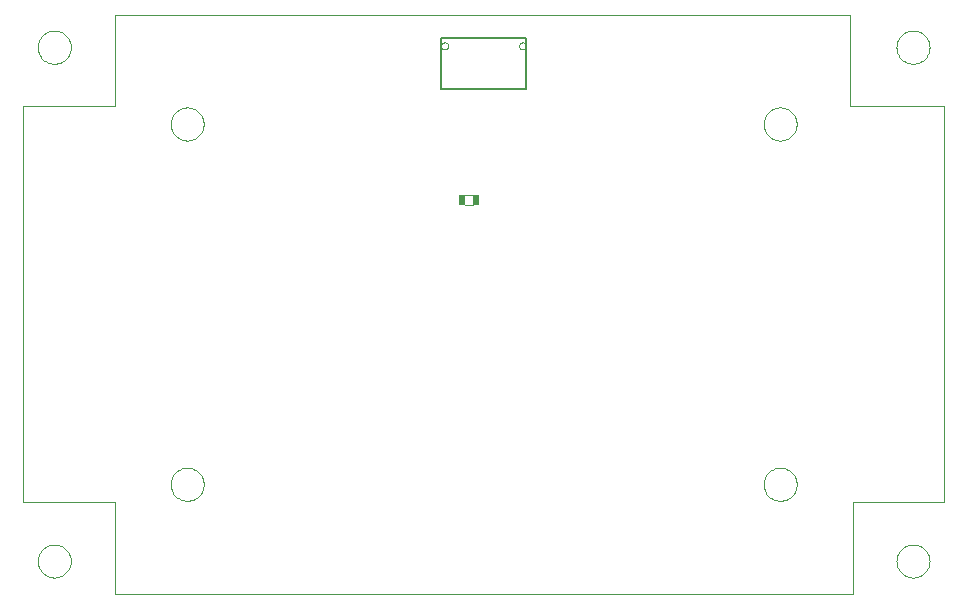
<source format=gbo>
G75*
G70*
%OFA0B0*%
%FSLAX24Y24*%
%IPPOS*%
%LPD*%
%AMOC8*
5,1,8,0,0,1.08239X$1,22.5*
%
%ADD10C,0.0000*%
%ADD11C,0.0040*%
%ADD12R,0.0197X0.0374*%
%ADD13C,0.0050*%
D10*
X000780Y001331D02*
X000782Y001378D01*
X000788Y001424D01*
X000798Y001470D01*
X000811Y001515D01*
X000829Y001558D01*
X000850Y001600D01*
X000874Y001640D01*
X000902Y001677D01*
X000933Y001712D01*
X000967Y001745D01*
X001003Y001774D01*
X001042Y001800D01*
X001083Y001823D01*
X001126Y001842D01*
X001170Y001858D01*
X001215Y001870D01*
X001261Y001878D01*
X001308Y001882D01*
X001354Y001882D01*
X001401Y001878D01*
X001447Y001870D01*
X001492Y001858D01*
X001536Y001842D01*
X001579Y001823D01*
X001620Y001800D01*
X001659Y001774D01*
X001695Y001745D01*
X001729Y001712D01*
X001760Y001677D01*
X001788Y001640D01*
X001812Y001600D01*
X001833Y001558D01*
X001851Y001515D01*
X001864Y001470D01*
X001874Y001424D01*
X001880Y001378D01*
X001882Y001331D01*
X001880Y001284D01*
X001874Y001238D01*
X001864Y001192D01*
X001851Y001147D01*
X001833Y001104D01*
X001812Y001062D01*
X001788Y001022D01*
X001760Y000985D01*
X001729Y000950D01*
X001695Y000917D01*
X001659Y000888D01*
X001620Y000862D01*
X001579Y000839D01*
X001536Y000820D01*
X001492Y000804D01*
X001447Y000792D01*
X001401Y000784D01*
X001354Y000780D01*
X001308Y000780D01*
X001261Y000784D01*
X001215Y000792D01*
X001170Y000804D01*
X001126Y000820D01*
X001083Y000839D01*
X001042Y000862D01*
X001003Y000888D01*
X000967Y000917D01*
X000933Y000950D01*
X000902Y000985D01*
X000874Y001022D01*
X000850Y001062D01*
X000829Y001104D01*
X000811Y001147D01*
X000798Y001192D01*
X000788Y001238D01*
X000782Y001284D01*
X000780Y001331D01*
X003339Y000248D02*
X003339Y003300D01*
X000288Y003300D01*
X000288Y016489D01*
X003339Y016489D01*
X003339Y019540D01*
X027847Y019540D01*
X027847Y016489D01*
X030996Y016489D01*
X030996Y003300D01*
X027945Y003300D01*
X027945Y000248D01*
X003339Y000248D01*
X005209Y003890D02*
X005211Y003937D01*
X005217Y003983D01*
X005227Y004029D01*
X005240Y004074D01*
X005258Y004117D01*
X005279Y004159D01*
X005303Y004199D01*
X005331Y004236D01*
X005362Y004271D01*
X005396Y004304D01*
X005432Y004333D01*
X005471Y004359D01*
X005512Y004382D01*
X005555Y004401D01*
X005599Y004417D01*
X005644Y004429D01*
X005690Y004437D01*
X005737Y004441D01*
X005783Y004441D01*
X005830Y004437D01*
X005876Y004429D01*
X005921Y004417D01*
X005965Y004401D01*
X006008Y004382D01*
X006049Y004359D01*
X006088Y004333D01*
X006124Y004304D01*
X006158Y004271D01*
X006189Y004236D01*
X006217Y004199D01*
X006241Y004159D01*
X006262Y004117D01*
X006280Y004074D01*
X006293Y004029D01*
X006303Y003983D01*
X006309Y003937D01*
X006311Y003890D01*
X006309Y003843D01*
X006303Y003797D01*
X006293Y003751D01*
X006280Y003706D01*
X006262Y003663D01*
X006241Y003621D01*
X006217Y003581D01*
X006189Y003544D01*
X006158Y003509D01*
X006124Y003476D01*
X006088Y003447D01*
X006049Y003421D01*
X006008Y003398D01*
X005965Y003379D01*
X005921Y003363D01*
X005876Y003351D01*
X005830Y003343D01*
X005783Y003339D01*
X005737Y003339D01*
X005690Y003343D01*
X005644Y003351D01*
X005599Y003363D01*
X005555Y003379D01*
X005512Y003398D01*
X005471Y003421D01*
X005432Y003447D01*
X005396Y003476D01*
X005362Y003509D01*
X005331Y003544D01*
X005303Y003581D01*
X005279Y003621D01*
X005258Y003663D01*
X005240Y003706D01*
X005227Y003751D01*
X005217Y003797D01*
X005211Y003843D01*
X005209Y003890D01*
X005209Y015898D02*
X005211Y015945D01*
X005217Y015991D01*
X005227Y016037D01*
X005240Y016082D01*
X005258Y016125D01*
X005279Y016167D01*
X005303Y016207D01*
X005331Y016244D01*
X005362Y016279D01*
X005396Y016312D01*
X005432Y016341D01*
X005471Y016367D01*
X005512Y016390D01*
X005555Y016409D01*
X005599Y016425D01*
X005644Y016437D01*
X005690Y016445D01*
X005737Y016449D01*
X005783Y016449D01*
X005830Y016445D01*
X005876Y016437D01*
X005921Y016425D01*
X005965Y016409D01*
X006008Y016390D01*
X006049Y016367D01*
X006088Y016341D01*
X006124Y016312D01*
X006158Y016279D01*
X006189Y016244D01*
X006217Y016207D01*
X006241Y016167D01*
X006262Y016125D01*
X006280Y016082D01*
X006293Y016037D01*
X006303Y015991D01*
X006309Y015945D01*
X006311Y015898D01*
X006309Y015851D01*
X006303Y015805D01*
X006293Y015759D01*
X006280Y015714D01*
X006262Y015671D01*
X006241Y015629D01*
X006217Y015589D01*
X006189Y015552D01*
X006158Y015517D01*
X006124Y015484D01*
X006088Y015455D01*
X006049Y015429D01*
X006008Y015406D01*
X005965Y015387D01*
X005921Y015371D01*
X005876Y015359D01*
X005830Y015351D01*
X005783Y015347D01*
X005737Y015347D01*
X005690Y015351D01*
X005644Y015359D01*
X005599Y015371D01*
X005555Y015387D01*
X005512Y015406D01*
X005471Y015429D01*
X005432Y015455D01*
X005396Y015484D01*
X005362Y015517D01*
X005331Y015552D01*
X005303Y015589D01*
X005279Y015629D01*
X005258Y015671D01*
X005240Y015714D01*
X005227Y015759D01*
X005217Y015805D01*
X005211Y015851D01*
X005209Y015898D01*
X000780Y018457D02*
X000782Y018504D01*
X000788Y018550D01*
X000798Y018596D01*
X000811Y018641D01*
X000829Y018684D01*
X000850Y018726D01*
X000874Y018766D01*
X000902Y018803D01*
X000933Y018838D01*
X000967Y018871D01*
X001003Y018900D01*
X001042Y018926D01*
X001083Y018949D01*
X001126Y018968D01*
X001170Y018984D01*
X001215Y018996D01*
X001261Y019004D01*
X001308Y019008D01*
X001354Y019008D01*
X001401Y019004D01*
X001447Y018996D01*
X001492Y018984D01*
X001536Y018968D01*
X001579Y018949D01*
X001620Y018926D01*
X001659Y018900D01*
X001695Y018871D01*
X001729Y018838D01*
X001760Y018803D01*
X001788Y018766D01*
X001812Y018726D01*
X001833Y018684D01*
X001851Y018641D01*
X001864Y018596D01*
X001874Y018550D01*
X001880Y018504D01*
X001882Y018457D01*
X001880Y018410D01*
X001874Y018364D01*
X001864Y018318D01*
X001851Y018273D01*
X001833Y018230D01*
X001812Y018188D01*
X001788Y018148D01*
X001760Y018111D01*
X001729Y018076D01*
X001695Y018043D01*
X001659Y018014D01*
X001620Y017988D01*
X001579Y017965D01*
X001536Y017946D01*
X001492Y017930D01*
X001447Y017918D01*
X001401Y017910D01*
X001354Y017906D01*
X001308Y017906D01*
X001261Y017910D01*
X001215Y017918D01*
X001170Y017930D01*
X001126Y017946D01*
X001083Y017965D01*
X001042Y017988D01*
X001003Y018014D01*
X000967Y018043D01*
X000933Y018076D01*
X000902Y018111D01*
X000874Y018148D01*
X000850Y018188D01*
X000829Y018230D01*
X000811Y018273D01*
X000798Y018318D01*
X000788Y018364D01*
X000782Y018410D01*
X000780Y018457D01*
X014225Y018502D02*
X014227Y018523D01*
X014233Y018543D01*
X014242Y018563D01*
X014254Y018580D01*
X014269Y018594D01*
X014287Y018606D01*
X014307Y018614D01*
X014327Y018619D01*
X014348Y018620D01*
X014369Y018617D01*
X014389Y018611D01*
X014408Y018600D01*
X014425Y018587D01*
X014438Y018571D01*
X014449Y018553D01*
X014457Y018533D01*
X014461Y018513D01*
X014461Y018491D01*
X014457Y018471D01*
X014449Y018451D01*
X014438Y018433D01*
X014425Y018417D01*
X014408Y018404D01*
X014389Y018393D01*
X014369Y018387D01*
X014348Y018384D01*
X014327Y018385D01*
X014307Y018390D01*
X014287Y018398D01*
X014269Y018410D01*
X014254Y018424D01*
X014242Y018441D01*
X014233Y018461D01*
X014227Y018481D01*
X014225Y018502D01*
X016823Y018502D02*
X016825Y018523D01*
X016831Y018543D01*
X016840Y018563D01*
X016852Y018580D01*
X016867Y018594D01*
X016885Y018606D01*
X016905Y018614D01*
X016925Y018619D01*
X016946Y018620D01*
X016967Y018617D01*
X016987Y018611D01*
X017006Y018600D01*
X017023Y018587D01*
X017036Y018571D01*
X017047Y018553D01*
X017055Y018533D01*
X017059Y018513D01*
X017059Y018491D01*
X017055Y018471D01*
X017047Y018451D01*
X017036Y018433D01*
X017023Y018417D01*
X017006Y018404D01*
X016987Y018393D01*
X016967Y018387D01*
X016946Y018384D01*
X016925Y018385D01*
X016905Y018390D01*
X016885Y018398D01*
X016867Y018410D01*
X016852Y018424D01*
X016840Y018441D01*
X016831Y018461D01*
X016825Y018481D01*
X016823Y018502D01*
X024973Y015898D02*
X024975Y015945D01*
X024981Y015991D01*
X024991Y016037D01*
X025004Y016082D01*
X025022Y016125D01*
X025043Y016167D01*
X025067Y016207D01*
X025095Y016244D01*
X025126Y016279D01*
X025160Y016312D01*
X025196Y016341D01*
X025235Y016367D01*
X025276Y016390D01*
X025319Y016409D01*
X025363Y016425D01*
X025408Y016437D01*
X025454Y016445D01*
X025501Y016449D01*
X025547Y016449D01*
X025594Y016445D01*
X025640Y016437D01*
X025685Y016425D01*
X025729Y016409D01*
X025772Y016390D01*
X025813Y016367D01*
X025852Y016341D01*
X025888Y016312D01*
X025922Y016279D01*
X025953Y016244D01*
X025981Y016207D01*
X026005Y016167D01*
X026026Y016125D01*
X026044Y016082D01*
X026057Y016037D01*
X026067Y015991D01*
X026073Y015945D01*
X026075Y015898D01*
X026073Y015851D01*
X026067Y015805D01*
X026057Y015759D01*
X026044Y015714D01*
X026026Y015671D01*
X026005Y015629D01*
X025981Y015589D01*
X025953Y015552D01*
X025922Y015517D01*
X025888Y015484D01*
X025852Y015455D01*
X025813Y015429D01*
X025772Y015406D01*
X025729Y015387D01*
X025685Y015371D01*
X025640Y015359D01*
X025594Y015351D01*
X025547Y015347D01*
X025501Y015347D01*
X025454Y015351D01*
X025408Y015359D01*
X025363Y015371D01*
X025319Y015387D01*
X025276Y015406D01*
X025235Y015429D01*
X025196Y015455D01*
X025160Y015484D01*
X025126Y015517D01*
X025095Y015552D01*
X025067Y015589D01*
X025043Y015629D01*
X025022Y015671D01*
X025004Y015714D01*
X024991Y015759D01*
X024981Y015805D01*
X024975Y015851D01*
X024973Y015898D01*
X029402Y018457D02*
X029404Y018504D01*
X029410Y018550D01*
X029420Y018596D01*
X029433Y018641D01*
X029451Y018684D01*
X029472Y018726D01*
X029496Y018766D01*
X029524Y018803D01*
X029555Y018838D01*
X029589Y018871D01*
X029625Y018900D01*
X029664Y018926D01*
X029705Y018949D01*
X029748Y018968D01*
X029792Y018984D01*
X029837Y018996D01*
X029883Y019004D01*
X029930Y019008D01*
X029976Y019008D01*
X030023Y019004D01*
X030069Y018996D01*
X030114Y018984D01*
X030158Y018968D01*
X030201Y018949D01*
X030242Y018926D01*
X030281Y018900D01*
X030317Y018871D01*
X030351Y018838D01*
X030382Y018803D01*
X030410Y018766D01*
X030434Y018726D01*
X030455Y018684D01*
X030473Y018641D01*
X030486Y018596D01*
X030496Y018550D01*
X030502Y018504D01*
X030504Y018457D01*
X030502Y018410D01*
X030496Y018364D01*
X030486Y018318D01*
X030473Y018273D01*
X030455Y018230D01*
X030434Y018188D01*
X030410Y018148D01*
X030382Y018111D01*
X030351Y018076D01*
X030317Y018043D01*
X030281Y018014D01*
X030242Y017988D01*
X030201Y017965D01*
X030158Y017946D01*
X030114Y017930D01*
X030069Y017918D01*
X030023Y017910D01*
X029976Y017906D01*
X029930Y017906D01*
X029883Y017910D01*
X029837Y017918D01*
X029792Y017930D01*
X029748Y017946D01*
X029705Y017965D01*
X029664Y017988D01*
X029625Y018014D01*
X029589Y018043D01*
X029555Y018076D01*
X029524Y018111D01*
X029496Y018148D01*
X029472Y018188D01*
X029451Y018230D01*
X029433Y018273D01*
X029420Y018318D01*
X029410Y018364D01*
X029404Y018410D01*
X029402Y018457D01*
X024973Y003890D02*
X024975Y003937D01*
X024981Y003983D01*
X024991Y004029D01*
X025004Y004074D01*
X025022Y004117D01*
X025043Y004159D01*
X025067Y004199D01*
X025095Y004236D01*
X025126Y004271D01*
X025160Y004304D01*
X025196Y004333D01*
X025235Y004359D01*
X025276Y004382D01*
X025319Y004401D01*
X025363Y004417D01*
X025408Y004429D01*
X025454Y004437D01*
X025501Y004441D01*
X025547Y004441D01*
X025594Y004437D01*
X025640Y004429D01*
X025685Y004417D01*
X025729Y004401D01*
X025772Y004382D01*
X025813Y004359D01*
X025852Y004333D01*
X025888Y004304D01*
X025922Y004271D01*
X025953Y004236D01*
X025981Y004199D01*
X026005Y004159D01*
X026026Y004117D01*
X026044Y004074D01*
X026057Y004029D01*
X026067Y003983D01*
X026073Y003937D01*
X026075Y003890D01*
X026073Y003843D01*
X026067Y003797D01*
X026057Y003751D01*
X026044Y003706D01*
X026026Y003663D01*
X026005Y003621D01*
X025981Y003581D01*
X025953Y003544D01*
X025922Y003509D01*
X025888Y003476D01*
X025852Y003447D01*
X025813Y003421D01*
X025772Y003398D01*
X025729Y003379D01*
X025685Y003363D01*
X025640Y003351D01*
X025594Y003343D01*
X025547Y003339D01*
X025501Y003339D01*
X025454Y003343D01*
X025408Y003351D01*
X025363Y003363D01*
X025319Y003379D01*
X025276Y003398D01*
X025235Y003421D01*
X025196Y003447D01*
X025160Y003476D01*
X025126Y003509D01*
X025095Y003544D01*
X025067Y003581D01*
X025043Y003621D01*
X025022Y003663D01*
X025004Y003706D01*
X024991Y003751D01*
X024981Y003797D01*
X024975Y003843D01*
X024973Y003890D01*
X029402Y001331D02*
X029404Y001378D01*
X029410Y001424D01*
X029420Y001470D01*
X029433Y001515D01*
X029451Y001558D01*
X029472Y001600D01*
X029496Y001640D01*
X029524Y001677D01*
X029555Y001712D01*
X029589Y001745D01*
X029625Y001774D01*
X029664Y001800D01*
X029705Y001823D01*
X029748Y001842D01*
X029792Y001858D01*
X029837Y001870D01*
X029883Y001878D01*
X029930Y001882D01*
X029976Y001882D01*
X030023Y001878D01*
X030069Y001870D01*
X030114Y001858D01*
X030158Y001842D01*
X030201Y001823D01*
X030242Y001800D01*
X030281Y001774D01*
X030317Y001745D01*
X030351Y001712D01*
X030382Y001677D01*
X030410Y001640D01*
X030434Y001600D01*
X030455Y001558D01*
X030473Y001515D01*
X030486Y001470D01*
X030496Y001424D01*
X030502Y001378D01*
X030504Y001331D01*
X030502Y001284D01*
X030496Y001238D01*
X030486Y001192D01*
X030473Y001147D01*
X030455Y001104D01*
X030434Y001062D01*
X030410Y001022D01*
X030382Y000985D01*
X030351Y000950D01*
X030317Y000917D01*
X030281Y000888D01*
X030242Y000862D01*
X030201Y000839D01*
X030158Y000820D01*
X030114Y000804D01*
X030069Y000792D01*
X030023Y000784D01*
X029976Y000780D01*
X029930Y000780D01*
X029883Y000784D01*
X029837Y000792D01*
X029792Y000804D01*
X029748Y000820D01*
X029705Y000839D01*
X029664Y000862D01*
X029625Y000888D01*
X029589Y000917D01*
X029555Y000950D01*
X029524Y000985D01*
X029496Y001022D01*
X029472Y001062D01*
X029451Y001104D01*
X029433Y001147D01*
X029420Y001192D01*
X029410Y001238D01*
X029404Y001284D01*
X029402Y001331D01*
D11*
X015298Y013212D02*
X015018Y013212D01*
X015018Y013547D02*
X015298Y013547D01*
D12*
X015386Y013380D03*
X014926Y013380D03*
D13*
X014225Y017065D02*
X014225Y018758D01*
X017059Y018758D01*
X017059Y017065D01*
X014225Y017065D01*
M02*

</source>
